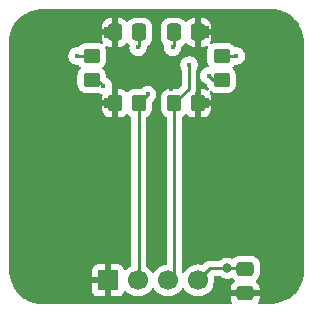
<source format=gbr>
%TF.GenerationSoftware,KiCad,Pcbnew,9.0.6*%
%TF.CreationDate,2025-11-27T01:35:14-08:00*%
%TF.ProjectId,encoder-board,656e636f-6465-4722-9d62-6f6172642e6b,rev?*%
%TF.SameCoordinates,Original*%
%TF.FileFunction,Copper,L1,Top*%
%TF.FilePolarity,Positive*%
%FSLAX46Y46*%
G04 Gerber Fmt 4.6, Leading zero omitted, Abs format (unit mm)*
G04 Created by KiCad (PCBNEW 9.0.6) date 2025-11-27 01:35:14*
%MOMM*%
%LPD*%
G01*
G04 APERTURE LIST*
G04 Aperture macros list*
%AMRoundRect*
0 Rectangle with rounded corners*
0 $1 Rounding radius*
0 $2 $3 $4 $5 $6 $7 $8 $9 X,Y pos of 4 corners*
0 Add a 4 corners polygon primitive as box body*
4,1,4,$2,$3,$4,$5,$6,$7,$8,$9,$2,$3,0*
0 Add four circle primitives for the rounded corners*
1,1,$1+$1,$2,$3*
1,1,$1+$1,$4,$5*
1,1,$1+$1,$6,$7*
1,1,$1+$1,$8,$9*
0 Add four rect primitives between the rounded corners*
20,1,$1+$1,$2,$3,$4,$5,0*
20,1,$1+$1,$4,$5,$6,$7,0*
20,1,$1+$1,$6,$7,$8,$9,0*
20,1,$1+$1,$8,$9,$2,$3,0*%
G04 Aperture macros list end*
%TA.AperFunction,SMDPad,CuDef*%
%ADD10RoundRect,0.250000X0.350000X0.450000X-0.350000X0.450000X-0.350000X-0.450000X0.350000X-0.450000X0*%
%TD*%
%TA.AperFunction,SMDPad,CuDef*%
%ADD11RoundRect,0.250000X0.450000X-0.350000X0.450000X0.350000X-0.450000X0.350000X-0.450000X-0.350000X0*%
%TD*%
%TA.AperFunction,SMDPad,CuDef*%
%ADD12RoundRect,0.250000X0.337500X0.475000X-0.337500X0.475000X-0.337500X-0.475000X0.337500X-0.475000X0*%
%TD*%
%TA.AperFunction,ComponentPad*%
%ADD13R,1.700000X1.700000*%
%TD*%
%TA.AperFunction,ComponentPad*%
%ADD14C,1.700000*%
%TD*%
%TA.AperFunction,SMDPad,CuDef*%
%ADD15RoundRect,0.250000X-0.350000X-0.450000X0.350000X-0.450000X0.350000X0.450000X-0.350000X0.450000X0*%
%TD*%
%TA.AperFunction,SMDPad,CuDef*%
%ADD16RoundRect,0.250000X-0.337500X-0.475000X0.337500X-0.475000X0.337500X0.475000X-0.337500X0.475000X0*%
%TD*%
%TA.AperFunction,SMDPad,CuDef*%
%ADD17RoundRect,0.250000X-0.475000X0.337500X-0.475000X-0.337500X0.475000X-0.337500X0.475000X0.337500X0*%
%TD*%
%TA.AperFunction,ViaPad*%
%ADD18C,0.800000*%
%TD*%
%TA.AperFunction,ViaPad*%
%ADD19C,0.450000*%
%TD*%
%TA.AperFunction,Conductor*%
%ADD20C,0.250000*%
%TD*%
G04 APERTURE END LIST*
D10*
%TO.P,R3,1*%
%TO.N,SENSE_B*%
X111000000Y-108000000D03*
%TO.P,R3,2*%
%TO.N,GND*%
X109000000Y-108000000D03*
%TD*%
D11*
%TO.P,R2,1*%
%TO.N,Net-(U1-A)*%
X118000000Y-106000000D03*
%TO.P,R2,2*%
%TO.N,+5V*%
X118000000Y-104000000D03*
%TD*%
D12*
%TO.P,C2,1*%
%TO.N,+5V*%
X111037500Y-102000000D03*
%TO.P,C2,2*%
%TO.N,GND*%
X108962500Y-102000000D03*
%TD*%
D13*
%TO.P,J1,1,Pin_1*%
%TO.N,GND*%
X108380000Y-123000000D03*
D14*
%TO.P,J1,2,Pin_2*%
%TO.N,SENSE_B*%
X110920000Y-123000000D03*
%TO.P,J1,3,Pin_3*%
%TO.N,SENSE_A*%
X113460000Y-123000000D03*
%TO.P,J1,4,Pin_4*%
%TO.N,+5V*%
X116000000Y-123000000D03*
%TD*%
D11*
%TO.P,R4,1*%
%TO.N,Net-(U2-A)*%
X107000000Y-106000000D03*
%TO.P,R4,2*%
%TO.N,+5V*%
X107000000Y-104000000D03*
%TD*%
D15*
%TO.P,R1,1*%
%TO.N,SENSE_A*%
X114000000Y-108000000D03*
%TO.P,R1,2*%
%TO.N,GND*%
X116000000Y-108000000D03*
%TD*%
D16*
%TO.P,C1,1*%
%TO.N,+5V*%
X113962500Y-102000000D03*
%TO.P,C1,2*%
%TO.N,GND*%
X116037500Y-102000000D03*
%TD*%
D17*
%TO.P,C3,1*%
%TO.N,+5V*%
X120000000Y-122000000D03*
%TO.P,C3,2*%
%TO.N,GND*%
X120000000Y-124075000D03*
%TD*%
D18*
%TO.N,GND*%
X123500000Y-113000000D03*
X123500000Y-111000000D03*
X101500000Y-115000000D03*
X101500000Y-119000000D03*
X122000000Y-119000000D03*
X122000000Y-121000000D03*
X122000000Y-117000000D03*
X122000000Y-103000000D03*
X101500000Y-109000000D03*
X122000000Y-115000000D03*
X112500000Y-114500000D03*
X105000000Y-124000000D03*
X101500000Y-103000000D03*
D19*
X116750000Y-107750000D03*
D18*
X112500000Y-117500000D03*
X103000000Y-121000000D03*
X101500000Y-105000000D03*
X101500000Y-107000000D03*
X101500000Y-117000000D03*
X103000000Y-113000000D03*
X103000000Y-115000000D03*
X123500000Y-103000000D03*
X103000000Y-109000000D03*
X122000000Y-105000000D03*
X122000000Y-107000000D03*
X101500000Y-113000000D03*
X112500000Y-111500000D03*
X103000000Y-117000000D03*
D19*
X113000000Y-106750000D03*
X108250000Y-107750000D03*
D18*
X103000000Y-103000000D03*
X122000000Y-111000000D03*
D19*
X116740000Y-102330000D03*
D18*
X123500000Y-117000000D03*
X103000000Y-107000000D03*
D19*
X109750000Y-105250000D03*
D18*
X103000000Y-119000000D03*
X123500000Y-115000000D03*
X123500000Y-109000000D03*
X122000000Y-109000000D03*
D19*
X109750000Y-105950000D03*
X108260000Y-101710000D03*
D18*
X106500000Y-122000000D03*
X123500000Y-121000000D03*
D19*
X108250000Y-102340000D03*
D18*
X103000000Y-111000000D03*
D19*
X116740000Y-101600000D03*
D18*
X105000000Y-122000000D03*
X123500000Y-119000000D03*
D19*
X116750000Y-108250000D03*
D18*
X106500000Y-124000000D03*
D19*
X108250000Y-108250000D03*
D18*
X123500000Y-105000000D03*
X101500000Y-121000000D03*
X101500000Y-111000000D03*
D19*
X113750000Y-106750000D03*
D18*
X123500000Y-107000000D03*
X122000000Y-113000000D03*
X103000000Y-105000000D03*
D19*
%TO.N,Net-(U1-A)*%
X116914973Y-105664973D03*
%TO.N,Net-(U2-A)*%
X108000000Y-106500000D03*
%TO.N,SENSE_A*%
X115250000Y-104750000D03*
D18*
%TO.N,+5V*%
X118500000Y-121962500D03*
D19*
X113860000Y-103270000D03*
X119250000Y-104000000D03*
X105750000Y-104000000D03*
X110930000Y-103269898D03*
%TO.N,SENSE_B*%
X111750000Y-107250000D03*
%TD*%
D20*
%TO.N,GND*%
X108250000Y-102340000D02*
X108622500Y-102340000D01*
X116750000Y-108250000D02*
X116250000Y-108250000D01*
X108622500Y-102340000D02*
X108962500Y-102000000D01*
X116250000Y-108250000D02*
X116000000Y-108000000D01*
X116250000Y-107750000D02*
X116000000Y-108000000D01*
X116740000Y-101600000D02*
X116340000Y-102000000D01*
X116410000Y-102000000D02*
X116037500Y-102000000D01*
X116750000Y-107750000D02*
X116250000Y-107750000D01*
X108750000Y-108250000D02*
X109000000Y-108000000D01*
X108250000Y-107750000D02*
X108750000Y-107750000D01*
X108750000Y-107750000D02*
X109000000Y-108000000D01*
X108672500Y-101710000D02*
X108962500Y-102000000D01*
X108250000Y-108250000D02*
X108750000Y-108250000D01*
X116340000Y-102000000D02*
X116037500Y-102000000D01*
X108260000Y-101710000D02*
X108672500Y-101710000D01*
X116740000Y-102330000D02*
X116410000Y-102000000D01*
%TO.N,Net-(U1-A)*%
X117250000Y-106000000D02*
X118000000Y-106000000D01*
X116914973Y-105664973D02*
X117250000Y-106000000D01*
%TO.N,Net-(U2-A)*%
X107500000Y-106000000D02*
X107000000Y-106000000D01*
X108000000Y-106500000D02*
X107500000Y-106000000D01*
%TO.N,SENSE_A*%
X114000000Y-122460000D02*
X113460000Y-123000000D01*
X115250000Y-106750000D02*
X114000000Y-108000000D01*
X115250000Y-104750000D02*
X115250000Y-106750000D01*
X114000000Y-108000000D02*
X114000000Y-122460000D01*
%TO.N,+5V*%
X118000000Y-104000000D02*
X119250000Y-104000000D01*
X117037500Y-121962500D02*
X116000000Y-123000000D01*
X118500000Y-121962500D02*
X117037500Y-121962500D01*
X118500000Y-121962500D02*
X119962500Y-121962500D01*
X119962500Y-121962500D02*
X120000000Y-122000000D01*
X110930000Y-103269898D02*
X110930000Y-103200000D01*
X113860000Y-103270000D02*
X113962500Y-103167500D01*
X110930000Y-103200000D02*
X111037500Y-103092500D01*
X107000000Y-104000000D02*
X105750000Y-104000000D01*
X111037500Y-103092500D02*
X111037500Y-102000000D01*
X113962500Y-103167500D02*
X113962500Y-102000000D01*
%TO.N,SENSE_B*%
X111750000Y-107250000D02*
X111000000Y-108000000D01*
X111000000Y-108000000D02*
X111000000Y-122920000D01*
X111000000Y-122920000D02*
X110920000Y-123000000D01*
%TD*%
%TA.AperFunction,Conductor*%
%TO.N,GND*%
G36*
X122001464Y-100000534D02*
G01*
X122204102Y-100005347D01*
X122210177Y-100005642D01*
X122401379Y-100019637D01*
X122407694Y-100020264D01*
X122589554Y-100043032D01*
X122596085Y-100044026D01*
X122768413Y-100075029D01*
X122775115Y-100076428D01*
X122939573Y-100115532D01*
X122946372Y-100117355D01*
X123099981Y-100163291D01*
X123110304Y-100166882D01*
X123400922Y-100282570D01*
X123414596Y-100289006D01*
X123675909Y-100432094D01*
X123688954Y-100440331D01*
X123925346Y-100611066D01*
X123937238Y-100620835D01*
X124114041Y-100785493D01*
X124150597Y-100819538D01*
X124160987Y-100830466D01*
X124246955Y-100932684D01*
X124352365Y-101058020D01*
X124361033Y-101069645D01*
X124530385Y-101326869D01*
X124537295Y-101338749D01*
X124666252Y-101591768D01*
X124683554Y-101625714D01*
X124688805Y-101637494D01*
X124809852Y-101952098D01*
X124813628Y-101963543D01*
X124906426Y-102298756D01*
X124908941Y-102309769D01*
X124969690Y-102645641D01*
X124971250Y-102657518D01*
X124996704Y-102966123D01*
X124999080Y-102994923D01*
X124999500Y-103005116D01*
X124999500Y-121998520D01*
X124999465Y-122001465D01*
X124994651Y-122204087D01*
X124994355Y-122210194D01*
X124980363Y-122401344D01*
X124979734Y-122407695D01*
X124956968Y-122589547D01*
X124955969Y-122596100D01*
X124924970Y-122768403D01*
X124923566Y-122775131D01*
X124884472Y-122939552D01*
X124882636Y-122946396D01*
X124836708Y-123099976D01*
X124833114Y-123110309D01*
X124717433Y-123400908D01*
X124710988Y-123414602D01*
X124567899Y-123675915D01*
X124559660Y-123688963D01*
X124388937Y-123925339D01*
X124379157Y-123937245D01*
X124180461Y-124150597D01*
X124169531Y-124160988D01*
X123941978Y-124352365D01*
X123930353Y-124361033D01*
X123673129Y-124530385D01*
X123661249Y-124537295D01*
X123374291Y-124683550D01*
X123362511Y-124688801D01*
X123047900Y-124809852D01*
X123036455Y-124813628D01*
X122701244Y-124906425D01*
X122690231Y-124908940D01*
X122354355Y-124969691D01*
X122342478Y-124971251D01*
X122005075Y-124999080D01*
X121994882Y-124999500D01*
X121216304Y-124999500D01*
X121149265Y-124979815D01*
X121103510Y-124927011D01*
X121093566Y-124857853D01*
X121110765Y-124810403D01*
X121159356Y-124731624D01*
X121159358Y-124731619D01*
X121214505Y-124565197D01*
X121214506Y-124565190D01*
X121224999Y-124462486D01*
X121225000Y-124462473D01*
X121225000Y-124325000D01*
X118775001Y-124325000D01*
X118775001Y-124462486D01*
X118785494Y-124565197D01*
X118840641Y-124731619D01*
X118840643Y-124731624D01*
X118889235Y-124810403D01*
X118907675Y-124877796D01*
X118886752Y-124944459D01*
X118833110Y-124989229D01*
X118783696Y-124999500D01*
X103001480Y-124999500D01*
X102998535Y-124999465D01*
X102795911Y-124994651D01*
X102789804Y-124994355D01*
X102598654Y-124980363D01*
X102592303Y-124979734D01*
X102410451Y-124956968D01*
X102403898Y-124955969D01*
X102231595Y-124924970D01*
X102224867Y-124923566D01*
X102060446Y-124884472D01*
X102053602Y-124882636D01*
X101900022Y-124836708D01*
X101889689Y-124833114D01*
X101599090Y-124717433D01*
X101585396Y-124710988D01*
X101324083Y-124567899D01*
X101311035Y-124559660D01*
X101074659Y-124388937D01*
X101062758Y-124379161D01*
X100849392Y-124180451D01*
X100839010Y-124169531D01*
X100828459Y-124156986D01*
X100647631Y-123941975D01*
X100638965Y-123930353D01*
X100629634Y-123916181D01*
X100469612Y-123673128D01*
X100462703Y-123661249D01*
X100456082Y-123648259D01*
X100316447Y-123374288D01*
X100311201Y-123362522D01*
X100190144Y-123047895D01*
X100186370Y-123036455D01*
X100093569Y-122701229D01*
X100091061Y-122690247D01*
X100030304Y-122354339D01*
X100028749Y-122342493D01*
X100008927Y-122102155D01*
X107030000Y-122102155D01*
X107030000Y-122750000D01*
X107946988Y-122750000D01*
X107914075Y-122807007D01*
X107880000Y-122934174D01*
X107880000Y-123065826D01*
X107914075Y-123192993D01*
X107946988Y-123250000D01*
X107030000Y-123250000D01*
X107030000Y-123897844D01*
X107036401Y-123957372D01*
X107036403Y-123957379D01*
X107086645Y-124092086D01*
X107086649Y-124092093D01*
X107172809Y-124207187D01*
X107172812Y-124207190D01*
X107287906Y-124293350D01*
X107287913Y-124293354D01*
X107422620Y-124343596D01*
X107422627Y-124343598D01*
X107482155Y-124349999D01*
X107482172Y-124350000D01*
X108130000Y-124350000D01*
X108130000Y-123433012D01*
X108187007Y-123465925D01*
X108314174Y-123500000D01*
X108445826Y-123500000D01*
X108572993Y-123465925D01*
X108630000Y-123433012D01*
X108630000Y-124350000D01*
X109277828Y-124350000D01*
X109277844Y-124349999D01*
X109337372Y-124343598D01*
X109337379Y-124343596D01*
X109472086Y-124293354D01*
X109472093Y-124293350D01*
X109587187Y-124207190D01*
X109587190Y-124207187D01*
X109673350Y-124092093D01*
X109673354Y-124092086D01*
X109722422Y-123960529D01*
X109764293Y-123904595D01*
X109829757Y-123880178D01*
X109898030Y-123895030D01*
X109926285Y-123916181D01*
X110040213Y-124030109D01*
X110212179Y-124155048D01*
X110212181Y-124155049D01*
X110212184Y-124155051D01*
X110401588Y-124251557D01*
X110603757Y-124317246D01*
X110813713Y-124350500D01*
X110813714Y-124350500D01*
X111026286Y-124350500D01*
X111026287Y-124350500D01*
X111236243Y-124317246D01*
X111438412Y-124251557D01*
X111627816Y-124155051D01*
X111714471Y-124092093D01*
X111799786Y-124030109D01*
X111799788Y-124030106D01*
X111799792Y-124030104D01*
X111950104Y-123879792D01*
X111950106Y-123879788D01*
X111950109Y-123879786D01*
X112075048Y-123707820D01*
X112075047Y-123707820D01*
X112075051Y-123707816D01*
X112079514Y-123699054D01*
X112127488Y-123648259D01*
X112195308Y-123631463D01*
X112261444Y-123653999D01*
X112300486Y-123699056D01*
X112304951Y-123707820D01*
X112429890Y-123879786D01*
X112580213Y-124030109D01*
X112752179Y-124155048D01*
X112752181Y-124155049D01*
X112752184Y-124155051D01*
X112941588Y-124251557D01*
X113143757Y-124317246D01*
X113353713Y-124350500D01*
X113353714Y-124350500D01*
X113566286Y-124350500D01*
X113566287Y-124350500D01*
X113776243Y-124317246D01*
X113978412Y-124251557D01*
X114167816Y-124155051D01*
X114254471Y-124092093D01*
X114339786Y-124030109D01*
X114339788Y-124030106D01*
X114339792Y-124030104D01*
X114490104Y-123879792D01*
X114490106Y-123879788D01*
X114490109Y-123879786D01*
X114615048Y-123707820D01*
X114615047Y-123707820D01*
X114615051Y-123707816D01*
X114619514Y-123699054D01*
X114667488Y-123648259D01*
X114735308Y-123631463D01*
X114801444Y-123653999D01*
X114840486Y-123699056D01*
X114844951Y-123707820D01*
X114969890Y-123879786D01*
X115120213Y-124030109D01*
X115292179Y-124155048D01*
X115292181Y-124155049D01*
X115292184Y-124155051D01*
X115481588Y-124251557D01*
X115683757Y-124317246D01*
X115893713Y-124350500D01*
X115893714Y-124350500D01*
X116106286Y-124350500D01*
X116106287Y-124350500D01*
X116316243Y-124317246D01*
X116518412Y-124251557D01*
X116707816Y-124155051D01*
X116794471Y-124092093D01*
X116879786Y-124030109D01*
X116879788Y-124030106D01*
X116879792Y-124030104D01*
X117030104Y-123879792D01*
X117030106Y-123879788D01*
X117030109Y-123879786D01*
X117155048Y-123707820D01*
X117155047Y-123707820D01*
X117155051Y-123707816D01*
X117251557Y-123518412D01*
X117317246Y-123316243D01*
X117350500Y-123106287D01*
X117350500Y-122893713D01*
X117340155Y-122828395D01*
X117324792Y-122731398D01*
X117333747Y-122662104D01*
X117378743Y-122608652D01*
X117445495Y-122588013D01*
X117447265Y-122588000D01*
X117800639Y-122588000D01*
X117867678Y-122607685D01*
X117888321Y-122624320D01*
X117925961Y-122661961D01*
X117925965Y-122661964D01*
X118073446Y-122760509D01*
X118073459Y-122760516D01*
X118185701Y-122807007D01*
X118237334Y-122828394D01*
X118237336Y-122828394D01*
X118237341Y-122828396D01*
X118411304Y-122862999D01*
X118411307Y-122863000D01*
X118411309Y-122863000D01*
X118588693Y-122863000D01*
X118588694Y-122862999D01*
X118762666Y-122828394D01*
X118821786Y-122803905D01*
X118840186Y-122801927D01*
X118857362Y-122795037D01*
X118874201Y-122798270D01*
X118891251Y-122796437D01*
X118907801Y-122804721D01*
X118925978Y-122808211D01*
X118950459Y-122826073D01*
X118953731Y-122827711D01*
X118954742Y-122828663D01*
X118955849Y-122829717D01*
X119056344Y-122930212D01*
X119070684Y-122939056D01*
X119080065Y-122947989D01*
X119091330Y-122967468D01*
X119106379Y-122984199D01*
X119108483Y-122997131D01*
X119115043Y-123008474D01*
X119113988Y-123030951D01*
X119117603Y-123053161D01*
X119112382Y-123065177D01*
X119111768Y-123078266D01*
X119098727Y-123096606D01*
X119089761Y-123117244D01*
X119074890Y-123130131D01*
X119071280Y-123135209D01*
X119067093Y-123136888D01*
X119059665Y-123143326D01*
X119056660Y-123145179D01*
X119056655Y-123145183D01*
X118932684Y-123269154D01*
X118840643Y-123418375D01*
X118840641Y-123418380D01*
X118785494Y-123584802D01*
X118785493Y-123584809D01*
X118775000Y-123687513D01*
X118775000Y-123825000D01*
X121224999Y-123825000D01*
X121224999Y-123687528D01*
X121224998Y-123687513D01*
X121214505Y-123584802D01*
X121159358Y-123418380D01*
X121159356Y-123418375D01*
X121067315Y-123269154D01*
X120943344Y-123145183D01*
X120943341Y-123145181D01*
X120940339Y-123143329D01*
X120938713Y-123141521D01*
X120937677Y-123140702D01*
X120937817Y-123140524D01*
X120893617Y-123091380D01*
X120882397Y-123022417D01*
X120910243Y-122958336D01*
X120940344Y-122932254D01*
X120943656Y-122930212D01*
X121067712Y-122806156D01*
X121159814Y-122656834D01*
X121214999Y-122490297D01*
X121225500Y-122387509D01*
X121225499Y-121612492D01*
X121214999Y-121509703D01*
X121159814Y-121343166D01*
X121067712Y-121193844D01*
X120943656Y-121069788D01*
X120794334Y-120977686D01*
X120627797Y-120922501D01*
X120627795Y-120922500D01*
X120525010Y-120912000D01*
X119474998Y-120912000D01*
X119474980Y-120912001D01*
X119372203Y-120922500D01*
X119372200Y-120922501D01*
X119205668Y-120977685D01*
X119205663Y-120977687D01*
X119113857Y-121034313D01*
X119056344Y-121069788D01*
X119056342Y-121069789D01*
X119056340Y-121069791D01*
X119009950Y-121116181D01*
X118948627Y-121149665D01*
X118878935Y-121144680D01*
X118874818Y-121143060D01*
X118762667Y-121096606D01*
X118762658Y-121096603D01*
X118588694Y-121062000D01*
X118588691Y-121062000D01*
X118411309Y-121062000D01*
X118411306Y-121062000D01*
X118237341Y-121096603D01*
X118237332Y-121096606D01*
X118073459Y-121164483D01*
X118073446Y-121164490D01*
X117925965Y-121263035D01*
X117925961Y-121263038D01*
X117888321Y-121300680D01*
X117826999Y-121334166D01*
X117800639Y-121337000D01*
X117105241Y-121337000D01*
X117105221Y-121336999D01*
X117099107Y-121336999D01*
X116975894Y-121336999D01*
X116875097Y-121357048D01*
X116875092Y-121357048D01*
X116855049Y-121361036D01*
X116855047Y-121361036D01*
X116807897Y-121380567D01*
X116741219Y-121408185D01*
X116741217Y-121408186D01*
X116638766Y-121476641D01*
X116457837Y-121657570D01*
X116396514Y-121691055D01*
X116331842Y-121687821D01*
X116316246Y-121682754D01*
X116157239Y-121657570D01*
X116106287Y-121649500D01*
X115893713Y-121649500D01*
X115845042Y-121657208D01*
X115683760Y-121682753D01*
X115481585Y-121748444D01*
X115292179Y-121844951D01*
X115120213Y-121969890D01*
X114969894Y-122120209D01*
X114969890Y-122120214D01*
X114849818Y-122285481D01*
X114794489Y-122328147D01*
X114724875Y-122334126D01*
X114663080Y-122301521D01*
X114628723Y-122240682D01*
X114625500Y-122212596D01*
X114625500Y-109231057D01*
X114645185Y-109164018D01*
X114684401Y-109125520D01*
X114818656Y-109042712D01*
X114912675Y-108948692D01*
X114973994Y-108915210D01*
X115043686Y-108920194D01*
X115088034Y-108948695D01*
X115181654Y-109042315D01*
X115330875Y-109134356D01*
X115330880Y-109134358D01*
X115497302Y-109189505D01*
X115497309Y-109189506D01*
X115600019Y-109199999D01*
X115749999Y-109199999D01*
X116250000Y-109199999D01*
X116399972Y-109199999D01*
X116399986Y-109199998D01*
X116502697Y-109189505D01*
X116669119Y-109134358D01*
X116669124Y-109134356D01*
X116818345Y-109042315D01*
X116942315Y-108918345D01*
X117034356Y-108769124D01*
X117034358Y-108769119D01*
X117089505Y-108602697D01*
X117089506Y-108602690D01*
X117099999Y-108499986D01*
X117100000Y-108499973D01*
X117100000Y-108250000D01*
X116250000Y-108250000D01*
X116250000Y-109199999D01*
X115749999Y-109199999D01*
X115750000Y-109199998D01*
X115750000Y-107165180D01*
X115755327Y-107147036D01*
X115755665Y-107128127D01*
X115769165Y-107099909D01*
X115769685Y-107098141D01*
X115770833Y-107096387D01*
X115787256Y-107071809D01*
X115804312Y-107046285D01*
X115839025Y-106962479D01*
X115851463Y-106932452D01*
X115875500Y-106811606D01*
X115875500Y-105736430D01*
X116189472Y-105736430D01*
X116217352Y-105876587D01*
X116217354Y-105876593D01*
X116272042Y-106008623D01*
X116272047Y-106008632D01*
X116351440Y-106127451D01*
X116351443Y-106127455D01*
X116452490Y-106228502D01*
X116452494Y-106228505D01*
X116571313Y-106307898D01*
X116571319Y-106307901D01*
X116571320Y-106307902D01*
X116703353Y-106362592D01*
X116703355Y-106362592D01*
X116709013Y-106364309D01*
X116721402Y-106371735D01*
X116732443Y-106374137D01*
X116760697Y-106395288D01*
X116772184Y-106406775D01*
X116805669Y-106468098D01*
X116807861Y-106481852D01*
X116810000Y-106502791D01*
X116810001Y-106502798D01*
X116865185Y-106669331D01*
X116865189Y-106669340D01*
X116906359Y-106736087D01*
X116924799Y-106803479D01*
X116903876Y-106870143D01*
X116850234Y-106914912D01*
X116780903Y-106923573D01*
X116735724Y-106906722D01*
X116669128Y-106865645D01*
X116669119Y-106865641D01*
X116502697Y-106810494D01*
X116502690Y-106810493D01*
X116399986Y-106800000D01*
X116250000Y-106800000D01*
X116250000Y-107750000D01*
X117099999Y-107750000D01*
X117099999Y-107500028D01*
X117099998Y-107500013D01*
X117089505Y-107397302D01*
X117034358Y-107230880D01*
X117034356Y-107230875D01*
X116993277Y-107164276D01*
X116974837Y-107096883D01*
X116995760Y-107030220D01*
X117049401Y-106985450D01*
X117118732Y-106976789D01*
X117163910Y-106993638D01*
X117230666Y-107034814D01*
X117397203Y-107089999D01*
X117499991Y-107100500D01*
X118500008Y-107100499D01*
X118500016Y-107100498D01*
X118500019Y-107100498D01*
X118556302Y-107094748D01*
X118602797Y-107089999D01*
X118769334Y-107034814D01*
X118918656Y-106942712D01*
X119042712Y-106818656D01*
X119134814Y-106669334D01*
X119189999Y-106502797D01*
X119200500Y-106400009D01*
X119200499Y-105599992D01*
X119199837Y-105593515D01*
X119189999Y-105497203D01*
X119189998Y-105497200D01*
X119175470Y-105453358D01*
X119134814Y-105330666D01*
X119042712Y-105181344D01*
X118949049Y-105087681D01*
X118946613Y-105083220D01*
X118942359Y-105080437D01*
X118930034Y-105052859D01*
X118915564Y-105026358D01*
X118915926Y-105021289D01*
X118913852Y-105016647D01*
X118918393Y-104986787D01*
X118920548Y-104956666D01*
X118923802Y-104951232D01*
X118924359Y-104947571D01*
X118935642Y-104931460D01*
X118943682Y-104918036D01*
X118946269Y-104915098D01*
X119042712Y-104818656D01*
X119069545Y-104775150D01*
X119076505Y-104767250D01*
X119097499Y-104753998D01*
X119115959Y-104737394D01*
X119126841Y-104735477D01*
X119135589Y-104729956D01*
X119157197Y-104730131D01*
X119172453Y-104727445D01*
X119172453Y-104725500D01*
X119321457Y-104725500D01*
X119415751Y-104706742D01*
X119461620Y-104697619D01*
X119593653Y-104642929D01*
X119712479Y-104563532D01*
X119813532Y-104462479D01*
X119892929Y-104343653D01*
X119947619Y-104211620D01*
X119968415Y-104107074D01*
X119975500Y-104071457D01*
X119975500Y-103928542D01*
X119947620Y-103788385D01*
X119947619Y-103788384D01*
X119947619Y-103788380D01*
X119892929Y-103656347D01*
X119892928Y-103656346D01*
X119892925Y-103656340D01*
X119813532Y-103537521D01*
X119813529Y-103537517D01*
X119712482Y-103436470D01*
X119712478Y-103436467D01*
X119593659Y-103357074D01*
X119593650Y-103357069D01*
X119461620Y-103302381D01*
X119461614Y-103302379D01*
X119321457Y-103274500D01*
X119321455Y-103274500D01*
X119178545Y-103274500D01*
X119172453Y-103274500D01*
X119172453Y-103272437D01*
X119113037Y-103261157D01*
X119064014Y-103215881D01*
X119042712Y-103181344D01*
X118918656Y-103057288D01*
X118784125Y-102974309D01*
X118769336Y-102965187D01*
X118769331Y-102965185D01*
X118764644Y-102963632D01*
X118602797Y-102910001D01*
X118602795Y-102910000D01*
X118500010Y-102899500D01*
X117499998Y-102899500D01*
X117499980Y-102899501D01*
X117397203Y-102910000D01*
X117397200Y-102910001D01*
X117230668Y-102965185D01*
X117230657Y-102965190D01*
X117229146Y-102966123D01*
X117227965Y-102966445D01*
X117224118Y-102968240D01*
X117223811Y-102967582D01*
X117161752Y-102984559D01*
X117095090Y-102963632D01*
X117050324Y-102909987D01*
X117041667Y-102840655D01*
X117056543Y-102800781D01*
X117056304Y-102800670D01*
X117057710Y-102797653D01*
X117058524Y-102795473D01*
X117059356Y-102794124D01*
X117059358Y-102794119D01*
X117114505Y-102627697D01*
X117114506Y-102627690D01*
X117124999Y-102524986D01*
X117125000Y-102524973D01*
X117125000Y-102250000D01*
X116287500Y-102250000D01*
X116287500Y-103224999D01*
X116424972Y-103224999D01*
X116424986Y-103224998D01*
X116527697Y-103214505D01*
X116694119Y-103159358D01*
X116694124Y-103159356D01*
X116695473Y-103158524D01*
X116696528Y-103158235D01*
X116700670Y-103156304D01*
X116700999Y-103157011D01*
X116762863Y-103140077D01*
X116829529Y-103160993D01*
X116874304Y-103214630D01*
X116882972Y-103283960D01*
X116868033Y-103324021D01*
X116868240Y-103324118D01*
X116867031Y-103326710D01*
X116866123Y-103329146D01*
X116865190Y-103330657D01*
X116865185Y-103330668D01*
X116861644Y-103341355D01*
X116810001Y-103497203D01*
X116810001Y-103497204D01*
X116810000Y-103497204D01*
X116799500Y-103599983D01*
X116799500Y-104400001D01*
X116799501Y-104400019D01*
X116810000Y-104502796D01*
X116810001Y-104502799D01*
X116865185Y-104669331D01*
X116865189Y-104669340D01*
X116917541Y-104754216D01*
X116935981Y-104821608D01*
X116915058Y-104888272D01*
X116861416Y-104933041D01*
X116836194Y-104940929D01*
X116703358Y-104967352D01*
X116703352Y-104967354D01*
X116571322Y-105022042D01*
X116571313Y-105022047D01*
X116452494Y-105101440D01*
X116452490Y-105101443D01*
X116351443Y-105202490D01*
X116351440Y-105202494D01*
X116272047Y-105321313D01*
X116272042Y-105321322D01*
X116217354Y-105453352D01*
X116217352Y-105453358D01*
X116189473Y-105593515D01*
X116189473Y-105593518D01*
X116189473Y-105736428D01*
X116189473Y-105736430D01*
X116189472Y-105736430D01*
X115875500Y-105736430D01*
X115875500Y-105157319D01*
X115890147Y-105098856D01*
X115892925Y-105093658D01*
X115892929Y-105093653D01*
X115947619Y-104961620D01*
X115975500Y-104821455D01*
X115975500Y-104678545D01*
X115975500Y-104678542D01*
X115947620Y-104538385D01*
X115947619Y-104538384D01*
X115947619Y-104538380D01*
X115892929Y-104406347D01*
X115892928Y-104406346D01*
X115892925Y-104406340D01*
X115813532Y-104287521D01*
X115813529Y-104287517D01*
X115712482Y-104186470D01*
X115712478Y-104186467D01*
X115593659Y-104107074D01*
X115593650Y-104107069D01*
X115461620Y-104052381D01*
X115461614Y-104052379D01*
X115321457Y-104024500D01*
X115321455Y-104024500D01*
X115178545Y-104024500D01*
X115178543Y-104024500D01*
X115038385Y-104052379D01*
X115038379Y-104052381D01*
X114906349Y-104107069D01*
X114906340Y-104107074D01*
X114787521Y-104186467D01*
X114787517Y-104186470D01*
X114686470Y-104287517D01*
X114686467Y-104287521D01*
X114607074Y-104406340D01*
X114607069Y-104406349D01*
X114552381Y-104538379D01*
X114552379Y-104538385D01*
X114524500Y-104678542D01*
X114524500Y-104678545D01*
X114524500Y-104821455D01*
X114524500Y-104821457D01*
X114524499Y-104821457D01*
X114552379Y-104961614D01*
X114552381Y-104961620D01*
X114607068Y-105093648D01*
X114609853Y-105098856D01*
X114624500Y-105157319D01*
X114624500Y-106439547D01*
X114604815Y-106506586D01*
X114588181Y-106527228D01*
X114352228Y-106763181D01*
X114290905Y-106796666D01*
X114264547Y-106799500D01*
X113599998Y-106799500D01*
X113599980Y-106799501D01*
X113497203Y-106810000D01*
X113497200Y-106810001D01*
X113330668Y-106865185D01*
X113330663Y-106865187D01*
X113181342Y-106957289D01*
X113057289Y-107081342D01*
X112965187Y-107230663D01*
X112965185Y-107230668D01*
X112963465Y-107235860D01*
X112910001Y-107397203D01*
X112910001Y-107397204D01*
X112910000Y-107397204D01*
X112899500Y-107499983D01*
X112899500Y-108500001D01*
X112899501Y-108500019D01*
X112910000Y-108602796D01*
X112910001Y-108602799D01*
X112965115Y-108769119D01*
X112965186Y-108769334D01*
X113057288Y-108918656D01*
X113181344Y-109042712D01*
X113315597Y-109125519D01*
X113362321Y-109177465D01*
X113374500Y-109231057D01*
X113374500Y-121540302D01*
X113354815Y-121607341D01*
X113302011Y-121653096D01*
X113269898Y-121662775D01*
X113143760Y-121682753D01*
X112941585Y-121748444D01*
X112752179Y-121844951D01*
X112580213Y-121969890D01*
X112429890Y-122120213D01*
X112304949Y-122292182D01*
X112300484Y-122300946D01*
X112252509Y-122351742D01*
X112184688Y-122368536D01*
X112118553Y-122345998D01*
X112079516Y-122300946D01*
X112075050Y-122292182D01*
X111950109Y-122120213D01*
X111799790Y-121969894D01*
X111799785Y-121969890D01*
X111676615Y-121880402D01*
X111633949Y-121825072D01*
X111625500Y-121780084D01*
X111625500Y-109231057D01*
X111645185Y-109164018D01*
X111684401Y-109125520D01*
X111818656Y-109042712D01*
X111942712Y-108918656D01*
X112034814Y-108769334D01*
X112089999Y-108602797D01*
X112100500Y-108500009D01*
X112100499Y-107954632D01*
X112120183Y-107887594D01*
X112155610Y-107851530D01*
X112212479Y-107813532D01*
X112313532Y-107712479D01*
X112392929Y-107593653D01*
X112447619Y-107461620D01*
X112456742Y-107415751D01*
X112475500Y-107321457D01*
X112475500Y-107178542D01*
X112447620Y-107038385D01*
X112447619Y-107038384D01*
X112447619Y-107038380D01*
X112392929Y-106906347D01*
X112392928Y-106906346D01*
X112392925Y-106906340D01*
X112313532Y-106787521D01*
X112313529Y-106787517D01*
X112212482Y-106686470D01*
X112212478Y-106686467D01*
X112093659Y-106607074D01*
X112093650Y-106607069D01*
X111961620Y-106552381D01*
X111961614Y-106552379D01*
X111821457Y-106524500D01*
X111821455Y-106524500D01*
X111678545Y-106524500D01*
X111678543Y-106524500D01*
X111538385Y-106552379D01*
X111538379Y-106552381D01*
X111406349Y-106607069D01*
X111406340Y-106607074D01*
X111287521Y-106686467D01*
X111210806Y-106763182D01*
X111149482Y-106796666D01*
X111123125Y-106799500D01*
X110599998Y-106799500D01*
X110599980Y-106799501D01*
X110497203Y-106810000D01*
X110497200Y-106810001D01*
X110330668Y-106865185D01*
X110330663Y-106865187D01*
X110181345Y-106957287D01*
X110087327Y-107051305D01*
X110026003Y-107084789D01*
X109956312Y-107079805D01*
X109911965Y-107051304D01*
X109818345Y-106957684D01*
X109669124Y-106865643D01*
X109669119Y-106865641D01*
X109502697Y-106810494D01*
X109502690Y-106810493D01*
X109399986Y-106800000D01*
X109250000Y-106800000D01*
X109250000Y-109199999D01*
X109399972Y-109199999D01*
X109399986Y-109199998D01*
X109502697Y-109189505D01*
X109669119Y-109134358D01*
X109669124Y-109134356D01*
X109818342Y-109042317D01*
X109911964Y-108948695D01*
X109973287Y-108915210D01*
X110042979Y-108920194D01*
X110087327Y-108948695D01*
X110181344Y-109042712D01*
X110315597Y-109125519D01*
X110362321Y-109177465D01*
X110374500Y-109231057D01*
X110374500Y-121686257D01*
X110354815Y-121753296D01*
X110306795Y-121796742D01*
X110212180Y-121844951D01*
X110040215Y-121969889D01*
X109926285Y-122083819D01*
X109864962Y-122117303D01*
X109795270Y-122112319D01*
X109739337Y-122070447D01*
X109722422Y-122039470D01*
X109673354Y-121907913D01*
X109673350Y-121907906D01*
X109587190Y-121792812D01*
X109587187Y-121792809D01*
X109472093Y-121706649D01*
X109472086Y-121706645D01*
X109337379Y-121656403D01*
X109337372Y-121656401D01*
X109277844Y-121650000D01*
X108630000Y-121650000D01*
X108630000Y-122566988D01*
X108572993Y-122534075D01*
X108445826Y-122500000D01*
X108314174Y-122500000D01*
X108187007Y-122534075D01*
X108130000Y-122566988D01*
X108130000Y-121650000D01*
X107482155Y-121650000D01*
X107422627Y-121656401D01*
X107422620Y-121656403D01*
X107287913Y-121706645D01*
X107287906Y-121706649D01*
X107172812Y-121792809D01*
X107172809Y-121792812D01*
X107086649Y-121907906D01*
X107086645Y-121907913D01*
X107036403Y-122042620D01*
X107036401Y-122042627D01*
X107030000Y-122102155D01*
X100008927Y-122102155D01*
X100000920Y-122005074D01*
X100000500Y-121994882D01*
X100000500Y-108499986D01*
X107900001Y-108499986D01*
X107910494Y-108602697D01*
X107965641Y-108769119D01*
X107965643Y-108769124D01*
X108057684Y-108918345D01*
X108181654Y-109042315D01*
X108330875Y-109134356D01*
X108330880Y-109134358D01*
X108497302Y-109189505D01*
X108497309Y-109189506D01*
X108600019Y-109199999D01*
X108749999Y-109199999D01*
X108750000Y-109199998D01*
X108750000Y-108250000D01*
X107900001Y-108250000D01*
X107900001Y-108499986D01*
X100000500Y-108499986D01*
X100000500Y-104071457D01*
X105024499Y-104071457D01*
X105052379Y-104211614D01*
X105052381Y-104211620D01*
X105107069Y-104343650D01*
X105107074Y-104343659D01*
X105186467Y-104462478D01*
X105186470Y-104462482D01*
X105287517Y-104563529D01*
X105287521Y-104563532D01*
X105406340Y-104642925D01*
X105406346Y-104642928D01*
X105406347Y-104642929D01*
X105538380Y-104697619D01*
X105538384Y-104697619D01*
X105538385Y-104697620D01*
X105678542Y-104725500D01*
X105827547Y-104725500D01*
X105827547Y-104727570D01*
X105886920Y-104738821D01*
X105923494Y-104767250D01*
X105930454Y-104775152D01*
X105957288Y-104818656D01*
X106053729Y-104915097D01*
X106056318Y-104918036D01*
X106069500Y-104946289D01*
X106084436Y-104973642D01*
X106084147Y-104977681D01*
X106085860Y-104981353D01*
X106081675Y-105012237D01*
X106079452Y-105043334D01*
X106076931Y-105047255D01*
X106076480Y-105050590D01*
X106069603Y-105058657D01*
X106050951Y-105087681D01*
X105957289Y-105181342D01*
X105865187Y-105330663D01*
X105865186Y-105330666D01*
X105810001Y-105497203D01*
X105810001Y-105497204D01*
X105810000Y-105497204D01*
X105799500Y-105599983D01*
X105799500Y-106400001D01*
X105799501Y-106400019D01*
X105810000Y-106502796D01*
X105810001Y-106502799D01*
X105865185Y-106669331D01*
X105865187Y-106669336D01*
X105891268Y-106711620D01*
X105957288Y-106818656D01*
X106081344Y-106942712D01*
X106230666Y-107034814D01*
X106397203Y-107089999D01*
X106499991Y-107100500D01*
X107500008Y-107100499D01*
X107536144Y-107096807D01*
X107604834Y-107109576D01*
X107617637Y-107117064D01*
X107656338Y-107142924D01*
X107656346Y-107142928D01*
X107656347Y-107142929D01*
X107788380Y-107197619D01*
X107806224Y-107201168D01*
X107827354Y-107205372D01*
X107889265Y-107237757D01*
X107923839Y-107298473D01*
X107920870Y-107365991D01*
X107910494Y-107397303D01*
X107910493Y-107397309D01*
X107900000Y-107500013D01*
X107900000Y-107750000D01*
X108750000Y-107750000D01*
X108750000Y-106800000D01*
X108738513Y-106788513D01*
X108705028Y-106727190D01*
X108704577Y-106676640D01*
X108725500Y-106571457D01*
X108725500Y-106428542D01*
X108697620Y-106288385D01*
X108697619Y-106288384D01*
X108697619Y-106288380D01*
X108642929Y-106156347D01*
X108642928Y-106156346D01*
X108642925Y-106156340D01*
X108563532Y-106037521D01*
X108563529Y-106037517D01*
X108462482Y-105936470D01*
X108462478Y-105936467D01*
X108343659Y-105857074D01*
X108343649Y-105857069D01*
X108277046Y-105829481D01*
X108222643Y-105785640D01*
X108200578Y-105719345D01*
X108200499Y-105714920D01*
X108200499Y-105599998D01*
X108200498Y-105599981D01*
X108189999Y-105497203D01*
X108189998Y-105497200D01*
X108175470Y-105453358D01*
X108134814Y-105330666D01*
X108042712Y-105181344D01*
X107949049Y-105087681D01*
X107915564Y-105026358D01*
X107920548Y-104956666D01*
X107949049Y-104912319D01*
X107973096Y-104888272D01*
X108042712Y-104818656D01*
X108134814Y-104669334D01*
X108189999Y-104502797D01*
X108200500Y-104400009D01*
X108200499Y-103599992D01*
X108189999Y-103497203D01*
X108134814Y-103330666D01*
X108133881Y-103329154D01*
X108133559Y-103327977D01*
X108131760Y-103324118D01*
X108132419Y-103323810D01*
X108115440Y-103261764D01*
X108136361Y-103195099D01*
X108190002Y-103150329D01*
X108259332Y-103141665D01*
X108299218Y-103156542D01*
X108299330Y-103156304D01*
X108302333Y-103157704D01*
X108304520Y-103158520D01*
X108305874Y-103159355D01*
X108305880Y-103159358D01*
X108472302Y-103214505D01*
X108472309Y-103214506D01*
X108575019Y-103224999D01*
X108712499Y-103224999D01*
X108712500Y-103224998D01*
X108712500Y-102250000D01*
X107875001Y-102250000D01*
X107875001Y-102524986D01*
X107885494Y-102627697D01*
X107940641Y-102794119D01*
X107940646Y-102794130D01*
X107941481Y-102795483D01*
X107941770Y-102796539D01*
X107943696Y-102800670D01*
X107942990Y-102800999D01*
X107959922Y-102862875D01*
X107939000Y-102929539D01*
X107885358Y-102974309D01*
X107816027Y-102982970D01*
X107775978Y-102968032D01*
X107775882Y-102968240D01*
X107773276Y-102967025D01*
X107770847Y-102966119D01*
X107769340Y-102965190D01*
X107769334Y-102965186D01*
X107602797Y-102910001D01*
X107602795Y-102910000D01*
X107500010Y-102899500D01*
X106499998Y-102899500D01*
X106499980Y-102899501D01*
X106397203Y-102910000D01*
X106397200Y-102910001D01*
X106230668Y-102965185D01*
X106230663Y-102965187D01*
X106081342Y-103057289D01*
X105957288Y-103181343D01*
X105957285Y-103181347D01*
X105935982Y-103215884D01*
X105884033Y-103262608D01*
X105827547Y-103272562D01*
X105827547Y-103274500D01*
X105678543Y-103274500D01*
X105538385Y-103302379D01*
X105538379Y-103302381D01*
X105406349Y-103357069D01*
X105406340Y-103357074D01*
X105287521Y-103436467D01*
X105287517Y-103436470D01*
X105186470Y-103537517D01*
X105186467Y-103537521D01*
X105107074Y-103656340D01*
X105107069Y-103656349D01*
X105052381Y-103788379D01*
X105052379Y-103788385D01*
X105024500Y-103928542D01*
X105024500Y-103928545D01*
X105024500Y-104071455D01*
X105024500Y-104071457D01*
X105024499Y-104071457D01*
X100000500Y-104071457D01*
X100000500Y-103001478D01*
X100000535Y-102998534D01*
X100001110Y-102974309D01*
X100005347Y-102795894D01*
X100005643Y-102789804D01*
X100015326Y-102657518D01*
X100019638Y-102598615D01*
X100020264Y-102592304D01*
X100043032Y-102410444D01*
X100044025Y-102403919D01*
X100075031Y-102231578D01*
X100076426Y-102224890D01*
X100115534Y-102060416D01*
X100117352Y-102053635D01*
X100163293Y-101900010D01*
X100166879Y-101889701D01*
X100282573Y-101599070D01*
X100289003Y-101585408D01*
X100349452Y-101475013D01*
X107875000Y-101475013D01*
X107875000Y-101750000D01*
X108712500Y-101750000D01*
X108712500Y-100775000D01*
X109212500Y-100775000D01*
X109212500Y-103224999D01*
X109349972Y-103224999D01*
X109349986Y-103224998D01*
X109452697Y-103214505D01*
X109619119Y-103159358D01*
X109619124Y-103159356D01*
X109768345Y-103067315D01*
X109892318Y-102943342D01*
X109894165Y-102940348D01*
X109895969Y-102938724D01*
X109896798Y-102937677D01*
X109896976Y-102937818D01*
X109946110Y-102893621D01*
X110015073Y-102882396D01*
X110079156Y-102910236D01*
X110089991Y-102920442D01*
X110098628Y-102929617D01*
X110107288Y-102943656D01*
X110185110Y-103021478D01*
X110186380Y-103022827D01*
X110201385Y-103052392D01*
X110217261Y-103081467D01*
X110217281Y-103083713D01*
X110218001Y-103085132D01*
X110217350Y-103091511D01*
X110217713Y-103132015D01*
X110215794Y-103141665D01*
X110204500Y-103198443D01*
X110204500Y-103341353D01*
X110204500Y-103341355D01*
X110204499Y-103341355D01*
X110232379Y-103481512D01*
X110232381Y-103481518D01*
X110287069Y-103613548D01*
X110287074Y-103613557D01*
X110366467Y-103732376D01*
X110366470Y-103732380D01*
X110467517Y-103833427D01*
X110467521Y-103833430D01*
X110586340Y-103912823D01*
X110586349Y-103912828D01*
X110616258Y-103925216D01*
X110718380Y-103967517D01*
X110718384Y-103967517D01*
X110718385Y-103967518D01*
X110858542Y-103995398D01*
X110858545Y-103995398D01*
X111001457Y-103995398D01*
X111095751Y-103976640D01*
X111141620Y-103967517D01*
X111273653Y-103912827D01*
X111392479Y-103833430D01*
X111493532Y-103732377D01*
X111572929Y-103613551D01*
X111627619Y-103481518D01*
X111652373Y-103357074D01*
X111655500Y-103341355D01*
X111655500Y-103252973D01*
X111675185Y-103185934D01*
X111714401Y-103147436D01*
X111843656Y-103067712D01*
X111967712Y-102943656D01*
X112059814Y-102794334D01*
X112114999Y-102627797D01*
X112125500Y-102525009D01*
X112125499Y-101474992D01*
X112125498Y-101474983D01*
X112874500Y-101474983D01*
X112874500Y-102525001D01*
X112874501Y-102525019D01*
X112885000Y-102627796D01*
X112885001Y-102627799D01*
X112940185Y-102794331D01*
X112940187Y-102794336D01*
X112944297Y-102800999D01*
X113032288Y-102943656D01*
X113073191Y-102984559D01*
X113112964Y-103024332D01*
X113146448Y-103085656D01*
X113146900Y-103136203D01*
X113142204Y-103159814D01*
X113134500Y-103198545D01*
X113134500Y-103341455D01*
X113134500Y-103341457D01*
X113134499Y-103341457D01*
X113162379Y-103481614D01*
X113162381Y-103481620D01*
X113217069Y-103613650D01*
X113217074Y-103613659D01*
X113296467Y-103732478D01*
X113296470Y-103732482D01*
X113397517Y-103833529D01*
X113397521Y-103833532D01*
X113516340Y-103912925D01*
X113516346Y-103912928D01*
X113516347Y-103912929D01*
X113648380Y-103967619D01*
X113648384Y-103967619D01*
X113648385Y-103967620D01*
X113788542Y-103995500D01*
X113788545Y-103995500D01*
X113931457Y-103995500D01*
X114025751Y-103976742D01*
X114071620Y-103967619D01*
X114203653Y-103912929D01*
X114322479Y-103833532D01*
X114423532Y-103732479D01*
X114502929Y-103613653D01*
X114557619Y-103481620D01*
X114585500Y-103341455D01*
X114585500Y-103253888D01*
X114587879Y-103229713D01*
X114588000Y-103229107D01*
X114588000Y-103229104D01*
X114588785Y-103225155D01*
X114621162Y-103163240D01*
X114645304Y-103143795D01*
X114768656Y-103067712D01*
X114892712Y-102943656D01*
X114894752Y-102940347D01*
X114896745Y-102938555D01*
X114897193Y-102937989D01*
X114897289Y-102938065D01*
X114946694Y-102893623D01*
X115015656Y-102882395D01*
X115079740Y-102910234D01*
X115105829Y-102940339D01*
X115107681Y-102943341D01*
X115107683Y-102943344D01*
X115231654Y-103067315D01*
X115380875Y-103159356D01*
X115380880Y-103159358D01*
X115547302Y-103214505D01*
X115547309Y-103214506D01*
X115650019Y-103224999D01*
X115787499Y-103224999D01*
X115787500Y-103224998D01*
X115787500Y-101750000D01*
X116287500Y-101750000D01*
X117124999Y-101750000D01*
X117124999Y-101475028D01*
X117124998Y-101475013D01*
X117114505Y-101372302D01*
X117059358Y-101205880D01*
X117059356Y-101205875D01*
X116967315Y-101056654D01*
X116843345Y-100932684D01*
X116694124Y-100840643D01*
X116694119Y-100840641D01*
X116527697Y-100785494D01*
X116527690Y-100785493D01*
X116424986Y-100775000D01*
X116287500Y-100775000D01*
X116287500Y-101750000D01*
X115787500Y-101750000D01*
X115787500Y-100775000D01*
X115650027Y-100775000D01*
X115650012Y-100775001D01*
X115547302Y-100785494D01*
X115380880Y-100840641D01*
X115380875Y-100840643D01*
X115231654Y-100932684D01*
X115107683Y-101056655D01*
X115107679Y-101056660D01*
X115105826Y-101059665D01*
X115104018Y-101061290D01*
X115103202Y-101062323D01*
X115103025Y-101062183D01*
X115053874Y-101106385D01*
X114984911Y-101117601D01*
X114920831Y-101089752D01*
X114894753Y-101059653D01*
X114894737Y-101059628D01*
X114892712Y-101056344D01*
X114768656Y-100932288D01*
X114625304Y-100843868D01*
X114619336Y-100840187D01*
X114619331Y-100840185D01*
X114572576Y-100824692D01*
X114452797Y-100785001D01*
X114452795Y-100785000D01*
X114350010Y-100774500D01*
X113574998Y-100774500D01*
X113574980Y-100774501D01*
X113472203Y-100785000D01*
X113472200Y-100785001D01*
X113305668Y-100840185D01*
X113305663Y-100840187D01*
X113156342Y-100932289D01*
X113032289Y-101056342D01*
X112940187Y-101205663D01*
X112940185Y-101205668D01*
X112940115Y-101205880D01*
X112885001Y-101372203D01*
X112885001Y-101372204D01*
X112885000Y-101372204D01*
X112874500Y-101474983D01*
X112125498Y-101474983D01*
X112114999Y-101372203D01*
X112059814Y-101205666D01*
X111967712Y-101056344D01*
X111843656Y-100932288D01*
X111700304Y-100843868D01*
X111694336Y-100840187D01*
X111694331Y-100840185D01*
X111647576Y-100824692D01*
X111527797Y-100785001D01*
X111527795Y-100785000D01*
X111425010Y-100774500D01*
X110649998Y-100774500D01*
X110649980Y-100774501D01*
X110547203Y-100785000D01*
X110547200Y-100785001D01*
X110380668Y-100840185D01*
X110380663Y-100840187D01*
X110231342Y-100932289D01*
X110107288Y-101056343D01*
X110107283Y-101056349D01*
X110105241Y-101059661D01*
X110103247Y-101061453D01*
X110102807Y-101062011D01*
X110102711Y-101061935D01*
X110053291Y-101106383D01*
X109984328Y-101117602D01*
X109920247Y-101089755D01*
X109894168Y-101059656D01*
X109892319Y-101056659D01*
X109892316Y-101056655D01*
X109768345Y-100932684D01*
X109619124Y-100840643D01*
X109619119Y-100840641D01*
X109452697Y-100785494D01*
X109452690Y-100785493D01*
X109349986Y-100775000D01*
X109212500Y-100775000D01*
X108712500Y-100775000D01*
X108575027Y-100775000D01*
X108575012Y-100775001D01*
X108472302Y-100785494D01*
X108305880Y-100840641D01*
X108305875Y-100840643D01*
X108156654Y-100932684D01*
X108032684Y-101056654D01*
X107940643Y-101205875D01*
X107940641Y-101205880D01*
X107885494Y-101372302D01*
X107885493Y-101372309D01*
X107875000Y-101475013D01*
X100349452Y-101475013D01*
X100432100Y-101324079D01*
X100440326Y-101311051D01*
X100611072Y-101074644D01*
X100620828Y-101062767D01*
X100819547Y-100849392D01*
X100830456Y-100839019D01*
X101058030Y-100647624D01*
X101069634Y-100638973D01*
X101326878Y-100469607D01*
X101338739Y-100462708D01*
X101625732Y-100316435D01*
X101637476Y-100311200D01*
X101952108Y-100190142D01*
X101963533Y-100186373D01*
X102298776Y-100093567D01*
X102309747Y-100091061D01*
X102645660Y-100030305D01*
X102657501Y-100028750D01*
X102959756Y-100003820D01*
X102994926Y-100000920D01*
X103005118Y-100000500D01*
X121998521Y-100000500D01*
X122001464Y-100000534D01*
G37*
%TD.AperFunction*%
%TD*%
M02*

</source>
